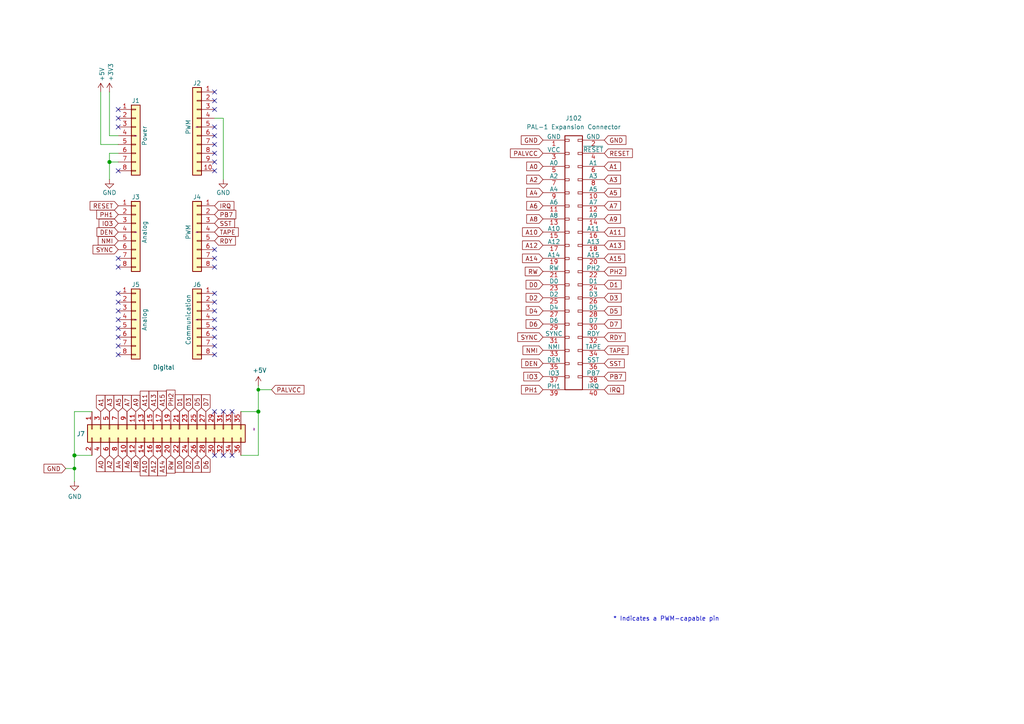
<source format=kicad_sch>
(kicad_sch (version 20231120) (generator "eeschema") (generator_version "8.0")
  (paper "A4")
  (title_block (date "mar. 31 mars 2015"))
  (lib_symbols
    (symbol "Connector_Generic:Conn_01x08" (pin_names (offset 1.016) hide)
      (property "Reference" "J" (at 0 10.16 0))
      (property "Value" "Conn_01x08" (at 0 -12.7 0))
      (symbol "Conn_01x08_1_1"
        (rectangle (start -1.27 -10.033) (end 0 -10.287) (stroke (width 0.1524)))
        (rectangle (start -1.27 -7.493) (end 0 -7.747) (stroke (width 0.1524)))
        (rectangle (start -1.27 -4.953) (end 0 -5.207) (stroke (width 0.1524)))
        (rectangle (start -1.27 -2.413) (end 0 -2.667) (stroke (width 0.1524)))
        (rectangle (start -1.27 0.127) (end 0 -0.127) (stroke (width 0.1524)))
        (rectangle (start -1.27 2.667) (end 0 2.413) (stroke (width 0.1524)))
        (rectangle (start -1.27 5.207) (end 0 4.953) (stroke (width 0.1524)))
        (rectangle (start -1.27 7.747) (end 0 7.493) (stroke (width 0.1524)))
        (rectangle (start -1.27 8.89) (end 1.27 -11.43) (stroke (width 0.254)) (fill (type background)))
        (pin passive line (at -5.08 7.62 0) (length 3.81) (name "Pin_1") (number "1"))
        (pin passive line (at -5.08 5.08 0) (length 3.81) (name "Pin_2") (number "2"))
        (pin passive line (at -5.08 2.54 0) (length 3.81) (name "Pin_3") (number "3"))
        (pin passive line (at -5.08 0 0) (length 3.81) (name "Pin_4") (number "4"))
        (pin passive line (at -5.08 -2.54 0) (length 3.81) (name "Pin_5") (number "5"))
        (pin passive line (at -5.08 -5.08 0) (length 3.81) (name "Pin_6") (number "6"))
        (pin passive line (at -5.08 -7.62 0) (length 3.81) (name "Pin_7") (number "7"))
        (pin passive line (at -5.08 -10.16 0) (length 3.81) (name "Pin_8") (number "8"))
      )
    )
    (symbol "Connector_Generic:Conn_01x10" (pin_names (offset 1.016) hide)
      (property "Reference" "J" (at 0 12.7 0))
      (property "Value" "Conn_01x10" (at 0 -15.24 0))
      (symbol "Conn_01x10_1_1"
        (rectangle (start -1.27 -12.573) (end 0 -12.827) (stroke (width 0.1524)))
        (rectangle (start -1.27 -10.033) (end 0 -10.287) (stroke (width 0.1524)))
        (rectangle (start -1.27 -7.493) (end 0 -7.747) (stroke (width 0.1524)))
        (rectangle (start -1.27 -4.953) (end 0 -5.207) (stroke (width 0.1524)))
        (rectangle (start -1.27 -2.413) (end 0 -2.667) (stroke (width 0.1524)))
        (rectangle (start -1.27 0.127) (end 0 -0.127) (stroke (width 0.1524)))
        (rectangle (start -1.27 2.667) (end 0 2.413) (stroke (width 0.1524)))
        (rectangle (start -1.27 5.207) (end 0 4.953) (stroke (width 0.1524)))
        (rectangle (start -1.27 7.747) (end 0 7.493) (stroke (width 0.1524)))
        (rectangle (start -1.27 10.287) (end 0 10.033) (stroke (width 0.1524)))
        (rectangle (start -1.27 11.43) (end 1.27 -13.97) (stroke (width 0.254)) (fill (type background)))
        (pin passive line (at -5.08 10.16 0) (length 3.81) (name "Pin_1") (number "1"))
        (pin passive line (at -5.08 -12.7 0) (length 3.81) (name "Pin_10") (number "10"))
        (pin passive line (at -5.08 7.62 0) (length 3.81) (name "Pin_2") (number "2"))
        (pin passive line (at -5.08 5.08 0) (length 3.81) (name "Pin_3") (number "3"))
        (pin passive line (at -5.08 2.54 0) (length 3.81) (name "Pin_4") (number "4"))
        (pin passive line (at -5.08 0 0) (length 3.81) (name "Pin_5") (number "5"))
        (pin passive line (at -5.08 -2.54 0) (length 3.81) (name "Pin_6") (number "6"))
        (pin passive line (at -5.08 -5.08 0) (length 3.81) (name "Pin_7") (number "7"))
        (pin passive line (at -5.08 -7.62 0) (length 3.81) (name "Pin_8") (number "8"))
        (pin passive line (at -5.08 -10.16 0) (length 3.81) (name "Pin_9") (number "9"))
      )
    )
    (symbol "Connector_Generic:Conn_02x18_Odd_Even" (pin_names (offset 1.016) hide)
      (property "Reference" "J" (at 1.27 22.86 0))
      (property "Value" "Conn_02x18_Odd_Even" (at 1.27 -25.4 0))
      (symbol "Conn_02x18_Odd_Even_1_1"
        (rectangle (start -1.27 -22.733) (end 0 -22.987) (stroke (width 0.1524)))
        (rectangle (start -1.27 -20.193) (end 0 -20.447) (stroke (width 0.1524)))
        (rectangle (start -1.27 -17.653) (end 0 -17.907) (stroke (width 0.1524)))
        (rectangle (start -1.27 -15.113) (end 0 -15.367) (stroke (width 0.1524)))
        (rectangle (start -1.27 -12.573) (end 0 -12.827) (stroke (width 0.1524)))
        (rectangle (start -1.27 -10.033) (end 0 -10.287) (stroke (width 0.1524)))
        (rectangle (start -1.27 -7.493) (end 0 -7.747) (stroke (width 0.1524)))
        (rectangle (start -1.27 -4.953) (end 0 -5.207) (stroke (width 0.1524)))
        (rectangle (start -1.27 -2.413) (end 0 -2.667) (stroke (width 0.1524)))
        (rectangle (start -1.27 0.127) (end 0 -0.127) (stroke (width 0.1524)))
        (rectangle (start -1.27 2.667) (end 0 2.413) (stroke (width 0.1524)))
        (rectangle (start -1.27 5.207) (end 0 4.953) (stroke (width 0.1524)))
        (rectangle (start -1.27 7.747) (end 0 7.493) (stroke (width 0.1524)))
        (rectangle (start -1.27 10.287) (end 0 10.033) (stroke (width 0.1524)))
        (rectangle (start -1.27 12.827) (end 0 12.573) (stroke (width 0.1524)))
        (rectangle (start -1.27 15.367) (end 0 15.113) (stroke (width 0.1524)))
        (rectangle (start -1.27 17.907) (end 0 17.653) (stroke (width 0.1524)))
        (rectangle (start -1.27 20.447) (end 0 20.193) (stroke (width 0.1524)))
        (rectangle (start -1.27 21.59) (end 3.81 -24.13) (stroke (width 0.254)) (fill (type background)))
        (rectangle (start 3.81 -22.733) (end 2.54 -22.987) (stroke (width 0.1524)))
        (rectangle (start 3.81 -20.193) (end 2.54 -20.447) (stroke (width 0.1524)))
        (rectangle (start 3.81 -17.653) (end 2.54 -17.907) (stroke (width 0.1524)))
        (rectangle (start 3.81 -15.113) (end 2.54 -15.367) (stroke (width 0.1524)))
        (rectangle (start 3.81 -12.573) (end 2.54 -12.827) (stroke (width 0.1524)))
        (rectangle (start 3.81 -10.033) (end 2.54 -10.287) (stroke (width 0.1524)))
        (rectangle (start 3.81 -7.493) (end 2.54 -7.747) (stroke (width 0.1524)))
        (rectangle (start 3.81 -4.953) (end 2.54 -5.207) (stroke (width 0.1524)))
        (rectangle (start 3.81 -2.413) (end 2.54 -2.667) (stroke (width 0.1524)))
        (rectangle (start 3.81 0.127) (end 2.54 -0.127) (stroke (width 0.1524)))
        (rectangle (start 3.81 2.667) (end 2.54 2.413) (stroke (width 0.1524)))
        (rectangle (start 3.81 5.207) (end 2.54 4.953) (stroke (width 0.1524)))
        (rectangle (start 3.81 7.747) (end 2.54 7.493) (stroke (width 0.1524)))
        (rectangle (start 3.81 10.287) (end 2.54 10.033) (stroke (width 0.1524)))
        (rectangle (start 3.81 12.827) (end 2.54 12.573) (stroke (width 0.1524)))
        (rectangle (start 3.81 15.367) (end 2.54 15.113) (stroke (width 0.1524)))
        (rectangle (start 3.81 17.907) (end 2.54 17.653) (stroke (width 0.1524)))
        (rectangle (start 3.81 20.447) (end 2.54 20.193) (stroke (width 0.1524)))
        (pin passive line (at -5.08 20.32 0) (length 3.81) (name "Pin_1") (number "1"))
        (pin passive line (at 7.62 10.16 180) (length 3.81) (name "Pin_10") (number "10"))
        (pin passive line (at -5.08 7.62 0) (length 3.81) (name "Pin_11") (number "11"))
        (pin passive line (at 7.62 7.62 180) (length 3.81) (name "Pin_12") (number "12"))
        (pin passive line (at -5.08 5.08 0) (length 3.81) (name "Pin_13") (number "13"))
        (pin passive line (at 7.62 5.08 180) (length 3.81) (name "Pin_14") (number "14"))
        (pin passive line (at -5.08 2.54 0) (length 3.81) (name "Pin_15") (number "15"))
        (pin passive line (at 7.62 2.54 180) (length 3.81) (name "Pin_16") (number "16"))
        (pin passive line (at -5.08 0 0) (length 3.81) (name "Pin_17") (number "17"))
        (pin passive line (at 7.62 0 180) (length 3.81) (name "Pin_18") (number "18"))
        (pin passive line (at -5.08 -2.54 0) (length 3.81) (name "Pin_19") (number "19"))
        (pin passive line (at 7.62 20.32 180) (length 3.81) (name "Pin_2") (number "2"))
        (pin passive line (at 7.62 -2.54 180) (length 3.81) (name "Pin_20") (number "20"))
        (pin passive line (at -5.08 -5.08 0) (length 3.81) (name "Pin_21") (number "21"))
        (pin passive line (at 7.62 -5.08 180) (length 3.81) (name "Pin_22") (number "22"))
        (pin passive line (at -5.08 -7.62 0) (length 3.81) (name "Pin_23") (number "23"))
        (pin passive line (at 7.62 -7.62 180) (length 3.81) (name "Pin_24") (number "24"))
        (pin passive line (at -5.08 -10.16 0) (length 3.81) (name "Pin_25") (number "25"))
        (pin passive line (at 7.62 -10.16 180) (length 3.81) (name "Pin_26") (number "26"))
        (pin passive line (at -5.08 -12.7 0) (length 3.81) (name "Pin_27") (number "27"))
        (pin passive line (at 7.62 -12.7 180) (length 3.81) (name "Pin_28") (number "28"))
        (pin passive line (at -5.08 -15.24 0) (length 3.81) (name "Pin_29") (number "29"))
        (pin passive line (at -5.08 17.78 0) (length 3.81) (name "Pin_3") (number "3"))
        (pin passive line (at 7.62 -15.24 180) (length 3.81) (name "Pin_30") (number "30"))
        (pin passive line (at -5.08 -17.78 0) (length 3.81) (name "Pin_31") (number "31"))
        (pin passive line (at 7.62 -17.78 180) (length 3.81) (name "Pin_32") (number "32"))
        (pin passive line (at -5.08 -20.32 0) (length 3.81) (name "Pin_33") (number "33"))
        (pin passive line (at 7.62 -20.32 180) (length 3.81) (name "Pin_34") (number "34"))
        (pin passive line (at -5.08 -22.86 0) (length 3.81) (name "Pin_35") (number "35"))
        (pin passive line (at 7.62 -22.86 180) (length 3.81) (name "Pin_36") (number "36"))
        (pin passive line (at 7.62 17.78 180) (length 3.81) (name "Pin_4") (number "4"))
        (pin passive line (at -5.08 15.24 0) (length 3.81) (name "Pin_5") (number "5"))
        (pin passive line (at 7.62 15.24 180) (length 3.81) (name "Pin_6") (number "6"))
        (pin passive line (at -5.08 12.7 0) (length 3.81) (name "Pin_7") (number "7"))
        (pin passive line (at 7.62 12.7 180) (length 3.81) (name "Pin_8") (number "8"))
        (pin passive line (at -5.08 10.16 0) (length 3.81) (name "Pin_9") (number "9"))
      )
    )
    (symbol "pal1:Expansion_Connector" (pin_names (offset 0))
      (property "Reference" "J" (at 1.285 25.4 0))
      (property "Value" "PAL-1 Expansion Connector" (at 1.27 -55.118 0))
      (symbol "Expansion_Connector_1_1"
        (rectangle (start -1.27 -45.466) (end 0 -46.101) (stroke (width 0.1524)))
        (rectangle (start -1.27 -41.656) (end 0 -42.291) (stroke (width 0.1524)))
        (rectangle (start -1.27 -37.846) (end 0 -38.481) (stroke (width 0.1524)))
        (rectangle (start -1.27 -34.036) (end 0 -34.671) (stroke (width 0.1524)))
        (rectangle (start -1.27 -30.226) (end 0 -30.861) (stroke (width 0.1524)))
        (rectangle (start -1.27 -26.416) (end 0 -27.051) (stroke (width 0.1524)))
        (rectangle (start -1.27 -22.606) (end 0 -23.241) (stroke (width 0.1524)))
        (rectangle (start -1.27 -18.796) (end 0 -19.431) (stroke (width 0.1524)))
        (rectangle (start -1.27 -14.986) (end 0 -15.621) (stroke (width 0.1524)))
        (rectangle (start -1.27 -11.176) (end 0 -11.811) (stroke (width 0.1524)))
        (rectangle (start -1.27 -7.366) (end 0 -8.001) (stroke (width 0.1524)))
        (rectangle (start -1.27 -3.556) (end 0 -4.191) (stroke (width 0.1524)))
        (rectangle (start -1.27 0.254) (end 0 -0.381) (stroke (width 0.1524)))
        (rectangle (start -1.27 4.064) (end 0 3.429) (stroke (width 0.1524)))
        (rectangle (start -1.27 7.874) (end 0 7.239) (stroke (width 0.1524)))
        (rectangle (start -1.27 11.684) (end 0 11.049) (stroke (width 0.1524)))
        (rectangle (start -1.27 15.494) (end 0 14.859) (stroke (width 0.1524)))
        (rectangle (start -1.27 19.304) (end 0 18.669) (stroke (width 0.1524)))
        (rectangle (start -1.27 23.114) (end 0 22.479) (stroke (width 0.1524)))
        (rectangle (start -1.255 24.13) (end 3.825 -49.53) (stroke (width 0.254)))
        (rectangle (start 2.54 -45.466) (end 3.81 -46.101) (stroke (width 0.1524)))
        (rectangle (start 2.54 -41.656) (end 3.81 -42.291) (stroke (width 0.1524)))
        (rectangle (start 2.54 -37.846) (end 3.81 -38.481) (stroke (width 0.1524)))
        (rectangle (start 2.54 -34.036) (end 3.81 -34.671) (stroke (width 0.1524)))
        (rectangle (start 2.54 -30.226) (end 3.81 -30.861) (stroke (width 0.1524)))
        (rectangle (start 2.54 -26.416) (end 3.81 -27.051) (stroke (width 0.1524)))
        (rectangle (start 2.54 -22.606) (end 3.81 -23.241) (stroke (width 0.1524)))
        (rectangle (start 2.54 -18.796) (end 3.81 -19.431) (stroke (width 0.1524)))
        (rectangle (start 2.54 -14.986) (end 3.81 -15.621) (stroke (width 0.1524)))
        (rectangle (start 2.54 -11.176) (end 3.81 -11.811) (stroke (width 0.1524)))
        (rectangle (start 2.54 -7.366) (end 3.81 -8.001) (stroke (width 0.1524)))
        (rectangle (start 2.54 -3.556) (end 3.81 -4.191) (stroke (width 0.1524)))
        (rectangle (start 2.54 0.254) (end 3.81 -0.381) (stroke (width 0.1524)))
        (rectangle (start 2.54 4.064) (end 3.81 3.429) (stroke (width 0.1524)))
        (rectangle (start 2.54 7.874) (end 3.81 7.239) (stroke (width 0.1524)))
        (rectangle (start 2.54 11.684) (end 3.81 11.049) (stroke (width 0.1524)))
        (rectangle (start 2.54 15.494) (end 3.81 14.859) (stroke (width 0.1524)))
        (rectangle (start 2.54 19.304) (end 3.81 18.669) (stroke (width 0.1524)))
        (rectangle (start 2.54 23.114) (end 3.81 22.479) (stroke (width 0.1524)))
        (pin power_in line (at -7.62 22.86 0) (length 6.35) (name "GND") (number "1"))
        (pin passive line (at 10.16 7.62 180) (length 6.35) (name "A5") (number "10"))
        (pin passive line (at -7.62 3.81 0) (length 6.35) (name "A6") (number "11"))
        (pin passive line (at 10.16 3.81 180) (length 6.35) (name "A7") (number "12"))
        (pin passive line (at -7.62 0 0) (length 6.35) (name "A8") (number "13"))
        (pin passive line (at 10.16 0 180) (length 6.35) (name "A9") (number "14"))
        (pin passive line (at -7.62 -3.81 0) (length 6.35) (name "A10") (number "15"))
        (pin passive line (at 10.16 -3.81 180) (length 6.35) (name "A11") (number "16"))
        (pin passive line (at -7.62 -7.62 0) (length 6.35) (name "A12") (number "17"))
        (pin passive line (at 10.16 -7.62 180) (length 6.35) (name "A13") (number "18"))
        (pin passive line (at -7.62 -11.43 0) (length 6.35) (name "A14") (number "19"))
        (pin power_in line (at 10.16 22.86 180) (length 6.35) (name "GND") (number "2"))
        (pin passive line (at 10.16 -11.43 180) (length 6.35) (name "A15") (number "20"))
        (pin passive line (at -7.62 -15.24 0) (length 6.35) (name "RW") (number "21"))
        (pin passive line (at 10.16 -15.24 180) (length 6.35) (name "PH2") (number "22"))
        (pin passive line (at -7.62 -19.05 0) (length 6.35) (name "D0") (number "23"))
        (pin passive line (at 10.16 -19.05 180) (length 6.35) (name "D1") (number "24"))
        (pin passive line (at -7.62 -22.86 0) (length 6.35) (name "D2") (number "25"))
        (pin passive line (at 10.16 -22.86 180) (length 6.35) (name "D3") (number "26"))
        (pin passive line (at -7.62 -26.67 0) (length 6.35) (name "D4") (number "27"))
        (pin passive line (at 10.16 -26.67 180) (length 6.35) (name "D5") (number "28"))
        (pin passive line (at -7.62 -30.48 0) (length 6.35) (name "D6") (number "29"))
        (pin passive line (at -7.62 19.05 0) (length 6.35) (name "VCC") (number "3"))
        (pin passive line (at 10.16 -30.48 180) (length 6.35) (name "D7") (number "30"))
        (pin passive line (at -7.62 -34.29 0) (length 6.35) (name "SYNC") (number "31"))
        (pin passive line (at 10.16 -34.29 180) (length 6.35) (name "RDY") (number "32"))
        (pin passive line (at -7.62 -38.1 0) (length 6.35) (name "NMI") (number "33"))
        (pin passive line (at 10.16 -38.1 180) (length 6.35) (name "TAPE") (number "34"))
        (pin passive line (at -7.62 -41.91 0) (length 6.35) (name "DEN") (number "35"))
        (pin passive line (at 10.16 -41.91 180) (length 6.35) (name "SST") (number "36"))
        (pin passive line (at -7.62 -45.72 0) (length 6.35) (name "IO3") (number "37"))
        (pin passive line (at 10.16 -45.72 180) (length 6.35) (name "PB7") (number "38"))
        (pin passive line (at -7.62 -49.53 0) (length 6.35) (name "PH1") (number "39"))
        (pin passive line (at 10.16 19.05 180) (length 6.35) (name "~{RESET}") (number "4"))
        (pin passive line (at 10.16 -49.53 180) (length 6.35) (name "IRQ") (number "40"))
        (pin passive line (at -7.62 15.24 0) (length 6.35) (name "A0") (number "5"))
        (pin passive line (at 10.16 15.24 180) (length 6.35) (name "A1") (number "6"))
        (pin passive line (at -7.62 11.43 0) (length 6.35) (name "A2") (number "7"))
        (pin passive line (at 10.16 11.43 180) (length 6.35) (name "A3") (number "8"))
        (pin passive line (at -7.62 7.62 0) (length 6.35) (name "A4") (number "9"))
      )
    )
    (symbol "power:+3V3" (power) (pin_numbers hide) (pin_names (offset 0) hide)
      (property "Value" "+3V3" (at 0 3.556 0))
      (symbol "+3V3_0_1"
        (polyline (pts (xy -0.762 1.27) (xy 0 2.54)))
        (polyline (pts (xy 0 0) (xy 0 2.54)))
        (polyline (pts (xy 0 2.54) (xy 0.762 1.27)))
      )
      (symbol "+3V3_1_1"
        (pin power_in line (at 0 0 90) (length 0) (name "~") (number "1"))
      )
    )
    (symbol "power:+5V" (power) (pin_numbers hide) (pin_names (offset 0) hide)
      (property "Value" "+5V" (at 0 3.556 0))
      (symbol "+5V_0_1"
        (polyline (pts (xy -0.762 1.27) (xy 0 2.54)))
        (polyline (pts (xy 0 0) (xy 0 2.54)))
        (polyline (pts (xy 0 2.54) (xy 0.762 1.27)))
      )
      (symbol "+5V_1_1"
        (pin power_in line (at 0 0 90) (length 0) (name "~") (number "1"))
      )
    )
    (symbol "power:GND" (power) (pin_numbers hide) (pin_names (offset 0) hide)
      (property "Value" "GND" (at 0 -3.81 0))
      (symbol "GND_0_1"
        (polyline (pts (xy 0 0) (xy 0 -1.27) (xy 1.27 -1.27) (xy 0 -2.54) (xy -1.27 -1.27) (xy 0 -1.27)))
      )
      (symbol "GND_1_1"
        (pin power_in line (at 0 0 270) (length 0) (name "~") (number "1"))
      )
    )
  )
  (junction (at 21.59 132.08) (diameter 1.016))
  (junction (at 21.59 135.89))
  (junction (at 31.75 46.99) (diameter 1.016))
  (junction (at 74.93 113.03))
  (junction (at 74.93 119.38) (diameter 1.016))
  (no_connect (at 64.77 119.38))
  (no_connect (at 34.29 97.79))
  (no_connect (at 62.23 49.53))
  (no_connect (at 62.23 132.08))
  (no_connect (at 62.23 39.37))
  (no_connect (at 67.31 132.08))
  (no_connect (at 62.23 119.38))
  (no_connect (at 34.29 90.17))
  (no_connect (at 62.23 31.75))
  (no_connect (at 34.29 77.47))
  (no_connect (at 62.23 87.63))
  (no_connect (at 34.29 87.63))
  (no_connect (at 34.29 95.25))
  (no_connect (at 62.23 41.91))
  (no_connect (at 62.23 95.25))
  (no_connect (at 34.29 36.83))
  (no_connect (at 62.23 100.33))
  (no_connect (at 62.23 29.21))
  (no_connect (at 62.23 102.87))
  (no_connect (at 62.23 90.17))
  (no_connect (at 62.23 92.71))
  (no_connect (at 62.23 72.39))
  (no_connect (at 62.23 26.67))
  (no_connect (at 62.23 74.93))
  (no_connect (at 62.23 97.79))
  (no_connect (at 67.31 119.38))
  (no_connect (at 62.23 46.99))
  (no_connect (at 34.29 85.09))
  (no_connect (at 34.29 31.75))
  (no_connect (at 34.29 74.93))
  (no_connect (at 64.77 132.08))
  (no_connect (at 34.29 34.29))
  (no_connect (at 62.23 44.45))
  (no_connect (at 34.29 49.53))
  (no_connect (at 62.23 77.47))
  (no_connect (at 34.29 102.87))
  (no_connect (at 62.23 85.09))
  (no_connect (at 34.29 100.33))
  (no_connect (at 34.29 92.71))
  (no_connect (at 62.23 36.83))
  (wire (pts (xy 74.93 119.38) (xy 74.93 132.08)))
  (wire (pts (xy 26.67 119.38) (xy 21.59 119.38)))
  (wire (pts (xy 31.75 44.45) (xy 31.75 46.99)))
  (wire (pts (xy 31.75 46.99) (xy 31.75 52.07)))
  (wire (pts (xy 31.75 39.37) (xy 34.29 39.37)))
  (wire (pts (xy 29.21 41.91) (xy 34.29 41.91)))
  (wire (pts (xy 29.21 26.67) (xy 29.21 41.91)))
  (wire (pts (xy 31.75 26.67) (xy 31.75 39.37)))
  (wire (pts (xy 21.59 119.38) (xy 21.59 132.08)))
  (wire (pts (xy 26.67 132.08) (xy 21.59 132.08)))
  (wire (pts (xy 74.93 111.76) (xy 74.93 113.03)))
  (wire (pts (xy 64.77 34.29) (xy 64.77 52.07)))
  (wire (pts (xy 69.85 119.38) (xy 74.93 119.38)))
  (wire (pts (xy 34.29 46.99) (xy 31.75 46.99)))
  (wire (pts (xy 21.59 135.89) (xy 21.59 139.7)))
  (wire (pts (xy 62.23 34.29) (xy 64.77 34.29)))
  (wire (pts (xy 34.29 44.45) (xy 31.75 44.45)))
  (wire (pts (xy 74.93 113.03) (xy 78.74 113.03)))
  (wire (pts (xy 19.05 135.89) (xy 21.59 135.89)))
  (wire (pts (xy 74.93 132.08) (xy 69.85 132.08)))
  (wire (pts (xy 74.93 113.03) (xy 74.93 119.38)))
  (wire (pts (xy 21.59 132.08) (xy 21.59 135.89)))
  (text "* Indicates a PWM-capable pin" (at 177.8 180.34 0) (effects (font (size 1.27 1.27)) (justify left bottom)))
  (global_label "A5" (shape input) (at 175.26 55.88 0) (property "Intersheetrefs" "${INTERSHEET_REFS}" (effects (hide yes))))
  (global_label "A7" (shape input) (at 175.26 59.69 0) (property "Intersheetrefs" "${INTERSHEET_REFS}" (effects (hide yes))))
  (global_label "RW" (shape input) (at 49.53 132.08 270) (property "Intersheetrefs" "${INTERSHEET_REFS}" (effects (hide yes))))
  (global_label "A5" (shape input) (at 34.29 119.38 90) (property "Intersheetrefs" "${INTERSHEET_REFS}" (effects (hide yes))))
  (global_label "A15" (shape input) (at 175.26 74.93 0) (property "Intersheetrefs" "${INTERSHEET_REFS}" (effects (hide yes))))
  (global_label "PALVCC" (shape input) (at 78.74 113.03 0) (property "Intersheetrefs" "${INTERSHEET_REFS}" (effects (hide yes))))
  (global_label "IRQ" (shape input) (at 62.23 59.69 0) (property "Intersheetrefs" "${INTERSHEET_REFS}" (effects (hide yes))))
  (global_label "PB7" (shape input) (at 62.23 62.23 0) (property "Intersheetrefs" "${INTERSHEET_REFS}" (effects (hide yes))))
  (global_label "RESET" (shape input) (at 175.26 44.45 0) (property "Intersheetrefs" "${INTERSHEET_REFS}" (effects (hide yes))))
  (global_label "PH1" (shape input) (at 34.29 62.23 180) (property "Intersheetrefs" "${INTERSHEET_REFS}" (effects (hide yes))))
  (global_label "A14" (shape input) (at 157.48 74.93 180) (property "Intersheetrefs" "${INTERSHEET_REFS}" (effects (hide yes))))
  (global_label "A4" (shape input) (at 157.48 55.88 180) (property "Intersheetrefs" "${INTERSHEET_REFS}" (effects (hide yes))))
  (global_label "A0" (shape input) (at 157.48 48.26 180) (property "Intersheetrefs" "${INTERSHEET_REFS}" (effects (hide yes))))
  (global_label "A11" (shape input) (at 41.91 119.38 90) (property "Intersheetrefs" "${INTERSHEET_REFS}" (effects (hide yes))))
  (global_label "NMI" (shape input) (at 34.29 69.85 180) (property "Intersheetrefs" "${INTERSHEET_REFS}" (effects (hide yes))))
  (global_label "SST" (shape input) (at 175.26 105.41 0) (property "Intersheetrefs" "${INTERSHEET_REFS}" (effects (hide yes))))
  (global_label "NMI" (shape input) (at 157.48 101.6 180) (property "Intersheetrefs" "${INTERSHEET_REFS}" (effects (hide yes))))
  (global_label "SYNC" (shape input) (at 157.48 97.79 180) (property "Intersheetrefs" "${INTERSHEET_REFS}" (effects (hide yes))))
  (global_label "A13" (shape input) (at 44.45 119.38 90) (property "Intersheetrefs" "${INTERSHEET_REFS}" (effects (hide yes))))
  (global_label "PH1" (shape input) (at 157.48 113.03 180) (property "Intersheetrefs" "${INTERSHEET_REFS}" (effects (hide yes))))
  (global_label "A2" (shape input) (at 157.48 52.07 180) (property "Intersheetrefs" "${INTERSHEET_REFS}" (effects (hide yes))))
  (global_label "A9" (shape input) (at 39.37 119.38 90) (property "Intersheetrefs" "${INTERSHEET_REFS}" (effects (hide yes))))
  (global_label "D7" (shape input) (at 59.69 119.38 90) (property "Intersheetrefs" "${INTERSHEET_REFS}" (effects (hide yes))))
  (global_label "A12" (shape input) (at 157.48 71.12 180) (property "Intersheetrefs" "${INTERSHEET_REFS}" (effects (hide yes))))
  (global_label "DEN" (shape input) (at 34.29 67.31 180) (property "Intersheetrefs" "${INTERSHEET_REFS}" (effects (hide yes))))
  (global_label "TAPE" (shape input) (at 175.26 101.6 0) (property "Intersheetrefs" "${INTERSHEET_REFS}" (effects (hide yes))))
  (global_label "A11" (shape input) (at 175.26 67.31 0) (property "Intersheetrefs" "${INTERSHEET_REFS}" (effects (hide yes))))
  (global_label "D2" (shape input) (at 54.61 132.08 270) (property "Intersheetrefs" "${INTERSHEET_REFS}" (effects (hide yes))))
  (global_label "RDY" (shape input) (at 62.23 69.85 0) (property "Intersheetrefs" "${INTERSHEET_REFS}" (effects (hide yes))))
  (global_label "D3" (shape input) (at 54.61 119.38 90) (property "Intersheetrefs" "${INTERSHEET_REFS}" (effects (hide yes))))
  (global_label "A6" (shape input) (at 36.83 132.08 270) (property "Intersheetrefs" "${INTERSHEET_REFS}" (effects (hide yes))))
  (global_label "A10" (shape input) (at 157.48 67.31 180) (property "Intersheetrefs" "${INTERSHEET_REFS}" (effects (hide yes))))
  (global_label "A6" (shape input) (at 157.48 59.69 180) (property "Intersheetrefs" "${INTERSHEET_REFS}" (effects (hide yes))))
  (global_label "PH2" (shape input) (at 175.26 78.74 0) (property "Intersheetrefs" "${INTERSHEET_REFS}" (effects (hide yes))))
  (global_label "A7" (shape input) (at 36.83 119.38 90) (property "Intersheetrefs" "${INTERSHEET_REFS}" (effects (hide yes))))
  (global_label "A10" (shape input) (at 41.91 132.08 270) (property "Intersheetrefs" "${INTERSHEET_REFS}" (effects (hide yes))))
  (global_label "RW" (shape input) (at 157.48 78.74 180) (property "Intersheetrefs" "${INTERSHEET_REFS}" (effects (hide yes))))
  (global_label "A9" (shape input) (at 175.26 63.5 0) (property "Intersheetrefs" "${INTERSHEET_REFS}" (effects (hide yes))))
  (global_label "PB7" (shape input) (at 175.26 109.22 0) (property "Intersheetrefs" "${INTERSHEET_REFS}" (effects (hide yes))))
  (global_label "A1" (shape input) (at 175.26 48.26 0) (property "Intersheetrefs" "${INTERSHEET_REFS}" (effects (hide yes))))
  (global_label "A3" (shape input) (at 31.75 119.38 90) (property "Intersheetrefs" "${INTERSHEET_REFS}" (effects (hide yes))))
  (global_label "A15" (shape input) (at 46.99 119.38 90) (property "Intersheetrefs" "${INTERSHEET_REFS}" (effects (hide yes))))
  (global_label "D5" (shape input) (at 57.15 119.38 90) (property "Intersheetrefs" "${INTERSHEET_REFS}" (effects (hide yes))))
  (global_label "D6" (shape input) (at 59.69 132.08 270) (property "Intersheetrefs" "${INTERSHEET_REFS}" (effects (hide yes))))
  (global_label "PH2" (shape input) (at 49.53 119.38 90) (property "Intersheetrefs" "${INTERSHEET_REFS}" (effects (hide yes))))
  (global_label "D1" (shape input) (at 175.26 82.55 0) (property "Intersheetrefs" "${INTERSHEET_REFS}" (effects (hide yes))))
  (global_label "A13" (shape input) (at 175.26 71.12 0) (property "Intersheetrefs" "${INTERSHEET_REFS}" (effects (hide yes))))
  (global_label "A0" (shape input) (at 29.21 132.08 270) (property "Intersheetrefs" "${INTERSHEET_REFS}" (effects (hide yes))))
  (global_label "A2" (shape input) (at 31.75 132.08 270) (property "Intersheetrefs" "${INTERSHEET_REFS}" (effects (hide yes))))
  (global_label "DEN" (shape input) (at 157.48 105.41 180) (property "Intersheetrefs" "${INTERSHEET_REFS}" (effects (hide yes))))
  (global_label "IO3" (shape input) (at 157.48 109.22 180) (property "Intersheetrefs" "${INTERSHEET_REFS}" (effects (hide yes))))
  (global_label "D3" (shape input) (at 175.26 86.36 0) (property "Intersheetrefs" "${INTERSHEET_REFS}" (effects (hide yes))))
  (global_label "D0" (shape input) (at 52.07 132.08 270) (property "Intersheetrefs" "${INTERSHEET_REFS}" (effects (hide yes))))
  (global_label "SST" (shape input) (at 62.23 64.77 0) (property "Intersheetrefs" "${INTERSHEET_REFS}" (effects (hide yes))))
  (global_label "A14" (shape input) (at 46.99 132.08 270) (property "Intersheetrefs" "${INTERSHEET_REFS}" (effects (hide yes))))
  (global_label "A3" (shape input) (at 175.26 52.07 0) (property "Intersheetrefs" "${INTERSHEET_REFS}" (effects (hide yes))))
  (global_label "D1" (shape input) (at 52.07 119.38 90) (property "Intersheetrefs" "${INTERSHEET_REFS}" (effects (hide yes))))
  (global_label "A4" (shape input) (at 34.29 132.08 270) (property "Intersheetrefs" "${INTERSHEET_REFS}" (effects (hide yes))))
  (global_label "RDY" (shape input) (at 175.26 97.79 0) (property "Intersheetrefs" "${INTERSHEET_REFS}" (effects (hide yes))))
  (global_label "PALVCC" (shape input) (at 157.48 44.45 180) (property "Intersheetrefs" "${INTERSHEET_REFS}" (effects (hide yes))))
  (global_label "A12" (shape input) (at 44.45 132.08 270) (property "Intersheetrefs" "${INTERSHEET_REFS}" (effects (hide yes))))
  (global_label "D4" (shape input) (at 57.15 132.08 270) (property "Intersheetrefs" "${INTERSHEET_REFS}" (effects (hide yes))))
  (global_label "TAPE" (shape input) (at 62.23 67.31 0) (property "Intersheetrefs" "${INTERSHEET_REFS}" (effects (hide yes))))
  (global_label "D4" (shape input) (at 157.48 90.17 180) (property "Intersheetrefs" "${INTERSHEET_REFS}" (effects (hide yes))))
  (global_label "GND" (shape input) (at 175.26 40.64 0) (property "Intersheetrefs" "${INTERSHEET_REFS}" (effects (hide yes))))
  (global_label "D7" (shape input) (at 175.26 93.98 0) (property "Intersheetrefs" "${INTERSHEET_REFS}" (effects (hide yes))))
  (global_label "A1" (shape input) (at 29.21 119.38 90) (property "Intersheetrefs" "${INTERSHEET_REFS}" (effects (hide yes))))
  (global_label "A8" (shape input) (at 157.48 63.5 180) (property "Intersheetrefs" "${INTERSHEET_REFS}" (effects (hide yes))))
  (global_label "GND" (shape input) (at 19.05 135.89 180) (property "Intersheetrefs" "${INTERSHEET_REFS}" (effects (hide yes))))
  (global_label "RESET" (shape input) (at 34.29 59.69 180) (property "Intersheetrefs" "${INTERSHEET_REFS}" (effects (hide yes))))
  (global_label "D5" (shape input) (at 175.26 90.17 0) (property "Intersheetrefs" "${INTERSHEET_REFS}" (effects (hide yes))))
  (global_label "IRQ" (shape input) (at 175.26 113.03 0) (property "Intersheetrefs" "${INTERSHEET_REFS}" (effects (hide yes))))
  (global_label "IO3" (shape input) (at 34.29 64.77 180) (property "Intersheetrefs" "${INTERSHEET_REFS}" (effects (hide yes))))
  (global_label "A8" (shape input) (at 39.37 132.08 270) (property "Intersheetrefs" "${INTERSHEET_REFS}" (effects (hide yes))))
  (global_label "GND" (shape input) (at 157.48 40.64 180) (property "Intersheetrefs" "${INTERSHEET_REFS}" (effects (hide yes))))
  (global_label "D0" (shape input) (at 157.48 82.55 180) (property "Intersheetrefs" "${INTERSHEET_REFS}" (effects (hide yes))))
  (global_label "D2" (shape input) (at 157.48 86.36 180) (property "Intersheetrefs" "${INTERSHEET_REFS}" (effects (hide yes))))
  (global_label "D6" (shape input) (at 157.48 93.98 180) (property "Intersheetrefs" "${INTERSHEET_REFS}" (effects (hide yes))))
  (global_label "SYNC" (shape input) (at 34.29 72.39 180) (property "Intersheetrefs" "${INTERSHEET_REFS}" (effects (hide yes))))
  (symbol (lib_id "Connector_Generic:Conn_01x08") (at 39.37 39.37 0) (unit 1)
    (property "Reference" "J1" (at 39.37 29.21 0))
    (property "Value" "Power" (at 41.91 39.37 90))
    (property "Footprint" "Connector_PinSocket_2.54mm:PinSocket_1x08_P2.54mm_Vertical" (effects (hide yes)))
    (property "Datasheet" "~" (at 39.37 39.37 0))
    (property "Description" "Generic connector, single row, 01x08, script generated (kicad-library-utils/schlib/autogen/connector/)" (effects (hide yes)))
  )
  (symbol (lib_id "power:+3V3") (at 31.75 26.67 0) (unit 1)
    (property "Reference" "#PWR03" (effects (hide yes)))
    (property "Value" "+3V3" (at 32.131 23.622 90) (effects (justify left)))
    (property "Description" "Power symbol creates a global label with name \"+3V3\"" (effects (hide yes)))
  )
  (symbol (lib_id "power:+5V") (at 29.21 26.67 0) (unit 1)
    (property "Reference" "#PWR02" (effects (hide yes)))
    (property "Value" "+5V" (at 29.5656 23.622 90) (effects (justify left)))
    (property "Description" "Power symbol creates a global label with name \"+5V\"" (effects (hide yes)))
  )
  (symbol (lib_id "power:GND") (at 31.75 52.07 0) (unit 1)
    (property "Reference" "#PWR04" (effects (hide yes)))
    (property "Value" "GND" (at 31.75 55.88 0))
    (property "Description" "Power symbol creates a global label with name \"GND\" , ground" (effects (hide yes)))
  )
  (symbol (lib_id "Connector_Generic:Conn_01x10") (at 57.15 36.83 0) (mirror y) (unit 1)
    (property "Reference" "J2" (at 57.15 24.13 0))
    (property "Value" "PWM" (at 54.61 36.83 90))
    (property "Footprint" "Connector_PinSocket_2.54mm:PinSocket_1x10_P2.54mm_Vertical" (effects (hide yes)))
    (property "Datasheet" "~" (at 57.15 36.83 0))
    (property "Description" "Generic connector, single row, 01x10, script generated (kicad-library-utils/schlib/autogen/connector/)" (effects (hide yes)))
  )
  (symbol (lib_id "power:GND") (at 64.77 52.07 0) (unit 1)
    (property "Reference" "#PWR05" (effects (hide yes)))
    (property "Value" "GND" (at 64.77 55.88 0))
    (property "Description" "Power symbol creates a global label with name \"GND\" , ground" (effects (hide yes)))
  )
  (symbol (lib_id "Connector_Generic:Conn_01x08") (at 39.37 67.31 0) (unit 1)
    (property "Reference" "J3" (at 39.37 57.15 0))
    (property "Value" "Analog" (at 41.91 67.31 90))
    (property "Footprint" "Connector_PinSocket_2.54mm:PinSocket_1x08_P2.54mm_Vertical" (effects (hide yes)))
    (property "Datasheet" "~" (at 39.37 67.31 0))
    (property "Description" "Generic connector, single row, 01x08, script generated (kicad-library-utils/schlib/autogen/connector/)" (effects (hide yes)))
  )
  (symbol (lib_id "Connector_Generic:Conn_01x08") (at 57.15 67.31 0) (mirror y) (unit 1)
    (property "Reference" "J4" (at 57.15 57.15 0))
    (property "Value" "PWM" (at 54.61 67.31 90))
    (property "Footprint" "Connector_PinSocket_2.54mm:PinSocket_1x08_P2.54mm_Vertical" (effects (hide yes)))
    (property "Datasheet" "~" (at 57.15 67.31 0))
    (property "Description" "Generic connector, single row, 01x08, script generated (kicad-library-utils/schlib/autogen/connector/)" (effects (hide yes)))
  )
  (symbol (lib_id "Connector_Generic:Conn_01x08") (at 39.37 92.71 0) (unit 1)
    (property "Reference" "J5" (at 39.37 82.55 0))
    (property "Value" "Analog" (at 41.91 92.71 90))
    (property "Footprint" "Connector_PinSocket_2.54mm:PinSocket_1x08_P2.54mm_Vertical" (effects (hide yes)))
    (property "Datasheet" "~" (at 39.37 92.71 0))
    (property "Description" "Generic connector, single row, 01x08, script generated (kicad-library-utils/schlib/autogen/connector/)" (effects (hide yes)))
  )
  (symbol (lib_id "Connector_Generic:Conn_01x08") (at 57.15 92.71 0) (mirror y) (unit 1)
    (property "Reference" "J6" (at 57.15 82.55 0))
    (property "Value" "Communication" (at 54.61 92.71 90))
    (property "Footprint" "Connector_PinSocket_2.54mm:PinSocket_1x08_P2.54mm_Vertical" (effects (hide yes)))
    (property "Datasheet" "~" (at 57.15 92.71 0))
    (property "Description" "Generic connector, single row, 01x08, script generated (kicad-library-utils/schlib/autogen/connector/)" (effects (hide yes)))
  )
  (symbol (lib_id "Connector_Generic:Conn_02x18_Odd_Even") (at 46.99 124.46 90) (mirror x) (unit 1)
    (property "Reference" "J7" (at 24.6379 125.8506 90) (effects (justify left)))
    (property "Value" "Digital" (at 47.498 106.553 90))
    (property "Footprint" "Connector_PinSocket_2.54mm:PinSocket_2x18_P2.54mm_Vertical" (effects (hide yes)))
    (property "Datasheet" "~" (at 73.66 124.46 0))
    (property "Description" "Generic connector, double row, 02x18, odd/even pin numbering scheme (row 1 odd numbers, row 2 even numbers), script generated (kicad-library-utils/schlib/autogen/connector/)" (effects (hide yes)))
  )
  (symbol (lib_id "power:GND") (at 21.59 139.7 0) (unit 1)
    (property "Reference" "#PWR07" (effects (hide yes)))
    (property "Value" "GND" (at 21.7043 144.0244 0))
    (property "Description" "Power symbol creates a global label with name \"GND\" , ground" (effects (hide yes)))
  )
  (symbol (lib_id "power:+5V") (at 74.93 111.76 0) (unit 1)
    (property "Reference" "#PWR06" (effects (hide yes)))
    (property "Value" "+5V" (at 75.2983 107.4356 0))
    (property "Description" "Power symbol creates a global label with name \"+5V\"" (effects (hide yes)))
  )
  (symbol (lib_id "pal1:Expansion_Connector") (at 165.1 63.5 0) (unit 1)
    (property "Reference" "J102" (at 166.385 34.29 0))
    (property "Value" "PAL-1 Expansion Connector" (at 166.385 36.83 0))
    (property "Footprint" "Connector_PinHeader_2.54mm:PinHeader_2x20_P2.54mm_Vertical" (effects (hide yes)))
    (property "Description" "Generic connector, double row, 02x20, odd/even pin numbering scheme (row 1 odd numbers, row 2 even numbers), script generated (kicad-library-utils/schlib/autogen/connector/)" (effects (hide yes)))
  )
)
</source>
